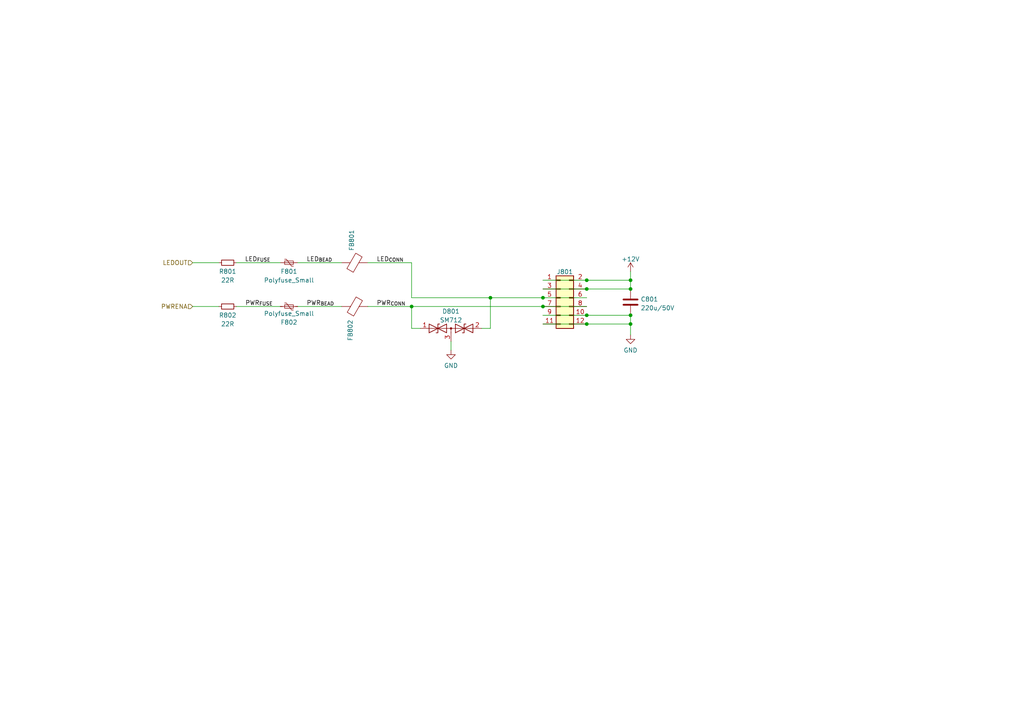
<source format=kicad_sch>
(kicad_sch (version 20211123) (generator eeschema)
  (paper "A4")
  (title_block (title "Led Wall Controller") (rev "1") (company "Skrooter Audio"))
  (lib_symbols
    (symbol "Connector_Generic:Conn_02x06_Odd_Even" (pin_names (offset 1.016) hide)
      (property "Reference" "J" (at 1.27 7.62 0))
      (property "Value" "Conn_02x06_Odd_Even" (at 1.27 -10.16 0))
      (symbol "Conn_02x06_Odd_Even_1_1"
        (rectangle (start -1.27 -7.493) (end 0 -7.747) (stroke (width 0.1524)))
        (rectangle (start -1.27 -4.953) (end 0 -5.207) (stroke (width 0.1524)))
        (rectangle (start -1.27 -2.413) (end 0 -2.667) (stroke (width 0.1524)))
        (rectangle (start -1.27 0.127) (end 0 -0.127) (stroke (width 0.1524)))
        (rectangle (start -1.27 2.667) (end 0 2.413) (stroke (width 0.1524)))
        (rectangle (start -1.27 5.207) (end 0 4.953) (stroke (width 0.1524)))
        (rectangle (start -1.27 6.35) (end 3.81 -8.89) (stroke (width 0.254)) (fill (type background)))
        (rectangle (start 3.81 -7.493) (end 2.54 -7.747) (stroke (width 0.1524)))
        (rectangle (start 3.81 -4.953) (end 2.54 -5.207) (stroke (width 0.1524)))
        (rectangle (start 3.81 -2.413) (end 2.54 -2.667) (stroke (width 0.1524)))
        (rectangle (start 3.81 0.127) (end 2.54 -0.127) (stroke (width 0.1524)))
        (rectangle (start 3.81 2.667) (end 2.54 2.413) (stroke (width 0.1524)))
        (rectangle (start 3.81 5.207) (end 2.54 4.953) (stroke (width 0.1524)))
        (pin passive line (at -5.08 5.08 0) (length 3.81) (name "Pin_1") (number "1"))
        (pin passive line (at 7.62 -5.08 180) (length 3.81) (name "Pin_10") (number "10"))
        (pin passive line (at -5.08 -7.62 0) (length 3.81) (name "Pin_11") (number "11"))
        (pin passive line (at 7.62 -7.62 180) (length 3.81) (name "Pin_12") (number "12"))
        (pin passive line (at 7.62 5.08 180) (length 3.81) (name "Pin_2") (number "2"))
        (pin passive line (at -5.08 2.54 0) (length 3.81) (name "Pin_3") (number "3"))
        (pin passive line (at 7.62 2.54 180) (length 3.81) (name "Pin_4") (number "4"))
        (pin passive line (at -5.08 0 0) (length 3.81) (name "Pin_5") (number "5"))
        (pin passive line (at 7.62 0 180) (length 3.81) (name "Pin_6") (number "6"))
        (pin passive line (at -5.08 -2.54 0) (length 3.81) (name "Pin_7") (number "7"))
        (pin passive line (at 7.62 -2.54 180) (length 3.81) (name "Pin_8") (number "8"))
        (pin passive line (at -5.08 -5.08 0) (length 3.81) (name "Pin_9") (number "9"))
      )
    )
    (symbol "Device:C" (pin_numbers hide) (pin_names (offset 0.254))
      (property "Reference" "C" (at 0.635 2.54 0))
      (property "Value" "C" (at 0.635 -2.54 0))
      (symbol "C_0_1"
        (polyline (pts (xy -2.032 -0.762) (xy 2.032 -0.762)) (stroke (width 0.508)))
        (polyline (pts (xy -2.032 0.762) (xy 2.032 0.762)) (stroke (width 0.508)))
      )
      (symbol "C_1_1"
        (pin passive line (at 0 3.81 270) (length 2.794) (name "~") (number "1"))
        (pin passive line (at 0 -3.81 90) (length 2.794) (name "~") (number "2"))
      )
    )
    (symbol "Device:FerriteBead" (pin_numbers hide) (pin_names (offset 0))
      (property "Reference" "FB" (at -3.81 0.635 90))
      (property "Value" "FerriteBead" (at 3.81 0 90))
      (symbol "FerriteBead_0_1"
        (polyline (pts (xy 0 -1.27) (xy 0 -1.2192)))
        (polyline (pts (xy 0 1.27) (xy 0 1.2954)))
        (polyline (pts (xy -2.7686 0.4064) (xy -1.7018 2.2606) (xy 2.7686 -0.3048) (xy 1.6764 -2.159) (xy -2.7686 0.4064)))
      )
      (symbol "FerriteBead_1_1"
        (pin passive line (at 0 3.81 270) (length 2.54) (name "~") (number "1"))
        (pin passive line (at 0 -3.81 90) (length 2.54) (name "~") (number "2"))
      )
    )
    (symbol "Device:Polyfuse_Small" (pin_numbers hide) (pin_names (offset 0))
      (property "Reference" "F" (at -1.905 0 90))
      (property "Value" "Polyfuse_Small" (at 1.905 0 90))
      (symbol "Polyfuse_Small_0_1"
        (rectangle (start -0.508 1.27) (end 0.508 -1.27))
        (polyline (pts (xy 0 2.54) (xy 0 -2.54)))
        (polyline (pts (xy -1.016 1.27) (xy -1.016 0.762) (xy 1.016 -0.762) (xy 1.016 -1.27)))
      )
      (symbol "Polyfuse_Small_1_1"
        (pin passive line (at 0 2.54 270) (length 0.635) (name "~") (number "1"))
        (pin passive line (at 0 -2.54 90) (length 0.635) (name "~") (number "2"))
      )
    )
    (symbol "Device:R_Small" (pin_numbers hide) (pin_names (offset 0.254) hide)
      (property "Reference" "R" (at 0.762 0.508 0))
      (property "Value" "R_Small" (at 0.762 -1.016 0))
      (symbol "R_Small_0_1"
        (rectangle (start -0.762 1.778) (end 0.762 -1.778) (stroke (width 0.2032)))
      )
      (symbol "R_Small_1_1"
        (pin passive line (at 0 2.54 270) (length 0.762) (name "~") (number "1"))
        (pin passive line (at 0 -2.54 90) (length 0.762) (name "~") (number "2"))
      )
    )
    (symbol "Diode:SM712_SOT23" (pin_names (offset 1.016) hide)
      (property "Reference" "D" (at 0 4.445 0))
      (property "Value" "SM712_SOT23" (at 0 2.54 0))
      (symbol "SM712_SOT23_0_0"
        (polyline (pts (xy 0 -1.27) (xy 0 0)))
      )
      (symbol "SM712_SOT23_0_1"
        (polyline (pts (xy -6.35 0) (xy 6.35 0)))
        (polyline (pts (xy -3.302 1.27) (xy -3.81 1.27) (xy -3.81 -1.27) (xy -4.318 -1.27)) (stroke (width 0.2032)))
        (polyline (pts (xy 4.318 1.27) (xy 3.81 1.27) (xy 3.81 -1.27) (xy 3.302 -1.27)) (stroke (width 0.2032)))
        (polyline (pts (xy -6.35 -1.27) (xy -1.27 1.27) (xy -1.27 -1.27) (xy -6.35 1.27) (xy -6.35 -1.27)) (stroke (width 0.2032)))
        (polyline (pts (xy 1.27 -1.27) (xy 1.27 1.27) (xy 6.35 -1.27) (xy 6.35 1.27) (xy 1.27 -1.27)) (stroke (width 0.2032)))
        (circle (center 0 0) (radius 0.254) (fill (type outline)))
      )
      (symbol "SM712_SOT23_1_1"
        (pin passive line (at -8.89 0 0) (length 2.54) (name "A1") (number "1"))
        (pin passive line (at 8.89 0 180) (length 2.54) (name "A2") (number "2"))
        (pin input line (at 0 -3.81 90) (length 2.54) (name "common") (number "3"))
      )
    )
    (symbol "power:+12V" (power) (pin_names (offset 0))
      (property "Value" "+12V" (at 0 3.556 0))
      (symbol "+12V_0_1"
        (polyline (pts (xy -0.762 1.27) (xy 0 2.54)))
        (polyline (pts (xy 0 0) (xy 0 2.54)))
        (polyline (pts (xy 0 2.54) (xy 0.762 1.27)))
      )
      (symbol "+12V_1_1"
        (pin power_in line (at 0 0 90) (length 0) hide (name "+12V") (number "1"))
      )
    )
    (symbol "power:GND" (power) (pin_names (offset 0))
      (property "Value" "GND" (at 0 -3.81 0))
      (symbol "GND_0_1"
        (polyline (pts (xy 0 0) (xy 0 -1.27) (xy 1.27 -1.27) (xy 0 -2.54) (xy -1.27 -1.27) (xy 0 -1.27)))
      )
      (symbol "GND_1_1"
        (pin power_in line (at 0 0 270) (length 0) hide (name "GND") (number "1"))
      )
    )
  )
  (junction (at 142.24 86.36))
  (junction (at 182.88 91.44))
  (junction (at 157.48 88.9))
  (junction (at 182.88 93.98))
  (junction (at 119.38 88.9))
  (junction (at 182.88 81.28))
  (junction (at 182.88 83.82))
  (junction (at 170.18 91.44))
  (junction (at 157.48 86.36))
  (junction (at 170.18 83.82))
  (junction (at 170.18 81.28))
  (junction (at 170.18 93.98))
  (wire (pts (xy 86.36 76.2) (xy 99.06 76.2)))
  (wire (pts (xy 55.88 76.2) (xy 63.5 76.2)))
  (wire (pts (xy 119.38 95.25) (xy 119.38 88.9)))
  (wire (pts (xy 142.24 95.25) (xy 142.24 86.36)))
  (wire (pts (xy 157.48 88.9) (xy 170.18 88.9)))
  (wire (pts (xy 182.88 93.98) (xy 182.88 97.155)))
  (wire (pts (xy 182.88 91.44) (xy 182.88 93.98)))
  (wire (pts (xy 170.18 83.82) (xy 182.88 83.82)))
  (wire (pts (xy 130.81 99.06) (xy 130.81 101.6)))
  (wire (pts (xy 55.88 88.9) (xy 63.5 88.9)))
  (wire (pts (xy 121.92 95.25) (xy 119.38 95.25)))
  (wire (pts (xy 182.88 81.28) (xy 182.88 83.82)))
  (wire (pts (xy 68.58 88.9) (xy 81.28 88.9)))
  (wire (pts (xy 119.38 76.2) (xy 119.38 86.36)))
  (wire (pts (xy 157.48 81.28) (xy 170.18 81.28)))
  (wire (pts (xy 157.48 93.98) (xy 170.18 93.98)))
  (wire (pts (xy 119.38 76.2) (xy 106.68 76.2)))
  (wire (pts (xy 142.24 86.36) (xy 157.48 86.36)))
  (wire (pts (xy 157.48 86.36) (xy 170.18 86.36)))
  (wire (pts (xy 170.18 91.44) (xy 182.88 91.44)))
  (wire (pts (xy 157.48 91.44) (xy 170.18 91.44)))
  (wire (pts (xy 86.36 88.9) (xy 99.06 88.9)))
  (wire (pts (xy 170.18 93.98) (xy 182.88 93.98)))
  (wire (pts (xy 170.18 81.28) (xy 182.88 81.28)))
  (wire (pts (xy 119.38 86.36) (xy 142.24 86.36)))
  (wire (pts (xy 106.68 88.9) (xy 119.38 88.9)))
  (wire (pts (xy 157.48 83.82) (xy 170.18 83.82)))
  (wire (pts (xy 139.7 95.25) (xy 142.24 95.25)))
  (wire (pts (xy 182.88 78.74) (xy 182.88 81.28)))
  (wire (pts (xy 68.58 76.2) (xy 81.28 76.2)))
  (wire (pts (xy 119.38 88.9) (xy 157.48 88.9)))
  (label "LED_{CONN}" (at 109.22 76.2 0))
  (label "LED_{FUSE}" (at 71.0012 76.2 0))
  (label "LED_{BEAD}" (at 88.9 76.2 0))
  (label "PWR_{FUSE}" (at 71.12 88.9 0))
  (label "PWR_{BEAD}" (at 88.9 88.9 0))
  (label "PWR_{CONN}" (at 109.22 88.9 0))
  (hierarchical_label "PWRENA" (shape input) (at 55.88 88.9 180))
  (hierarchical_label "LEDOUT" (shape input) (at 55.88 76.2 180))
  (symbol (lib_id "Device:FerriteBead") (at 102.87 88.9 270) (unit 1)
    (property "Reference" "FB802" (at 101.6 92.71 0) (effects (justify left)))
    (property "Value" "FerriteBead" (effects hide))
    (property "Footprint" "Diode_SMD:D_0805_2012Metric_Pad1.15x1.40mm_HandSolder" (effects hide))
    (property "LCSC" "C1017" (effects hide))
  )
  (symbol (lib_id "Connector_Generic:Conn_02x06_Odd_Even") (at 162.56 86.36 0) (unit 1)
    (property "Reference" "J801" (at 163.83 78.8472 0))
    (property "Value" "Conn_02x06_Odd_Even" (effects hide))
    (property "Footprint" "Connector_PinSocket_2.54mm:PinSocket_2x06_P2.54mm_Vertical" (effects hide))
    (property "LCSC" "C239357" (effects hide))
  )
  (symbol (lib_id "Diode:SM712_SOT23") (at 130.81 95.25 0) (unit 1)
    (property "Reference" "D801" (at 130.81 90.3056 0))
    (property "Value" "SM712" (at 130.81 92.8425 0))
    (property "Footprint" "Package_TO_SOT_SMD:SOT-23" (effects hide))
    (property "Datasheet" "https://www.littelfuse.com/~/media/electronics/datasheets/tvs_diode_arrays/littelfuse_tvs_diode_array_sm712_datasheet.pdf.pdf" (effects hide))
    (property "LCSC" "C32677" (effects hide))
  )
  (symbol (lib_id "Device:R_Small") (at 66.04 88.9 90) (unit 1)
    (property "Reference" "R802" (at 66.04 91.44 90))
    (property "Value" "22R" (at 66.04 93.98 90))
    (property "Footprint" "Resistor_SMD:R_0603_1608Metric_Pad0.98x0.95mm_HandSolder" (effects hide))
    (property "LCSC" "C23345" (effects hide))
  )
  (symbol (lib_id "power:GND") (at 182.88 97.155 0) (unit 1)
    (property "Reference" "#PWR0802" (effects hide))
    (property "Value" "GND" (at 182.88 101.5984 0))
  )
  (symbol (lib_id "Device:FerriteBead") (at 102.87 76.2 90) (unit 1)
    (property "Reference" "FB801" (at 101.9845 72.7964 0) (effects (justify left)))
    (property "Value" "FerriteBead" (effects hide))
    (property "Footprint" "Diode_SMD:D_0805_2012Metric_Pad1.15x1.40mm_HandSolder" (effects hide))
    (property "LCSC" "C1017" (effects hide))
  )
  (symbol (lib_id "Device:Polyfuse_Small") (at 83.82 76.2 90) (mirror x) (unit 1)
    (property "Reference" "F801" (at 83.82 78.74 90))
    (property "Value" "Polyfuse_Small" (at 83.82 81.28 90))
    (property "Footprint" "Resistor_SMD:R_0603_1608Metric_Pad0.98x0.95mm_HandSolder" (effects hide))
    (property "LCSC" "C70048" (effects hide))
  )
  (symbol (lib_id "Device:C") (at 182.88 87.63 0) (unit 1)
    (property "Reference" "C801" (at 185.801 86.7953 0) (effects (justify left)))
    (property "Value" "220u/50V" (at 185.801 89.3322 0) (effects (justify left)))
    (property "Footprint" "Capacitor_SMD:CP_Elec_10x10" (effects hide))
    (property "LCSC" "C125977" (effects hide))
  )
  (symbol (lib_id "Device:R_Small") (at 66.04 76.2 90) (unit 1)
    (property "Reference" "R801" (at 66.04 78.74 90))
    (property "Value" "22R" (at 66.04 81.28 90))
    (property "Footprint" "Resistor_SMD:R_0603_1608Metric_Pad0.98x0.95mm_HandSolder" (effects hide))
    (property "LCSC" "C23345" (effects hide))
  )
  (symbol (lib_id "power:GND") (at 130.81 101.6 0) (unit 1)
    (property "Reference" "#PWR0803" (effects hide))
    (property "Value" "GND" (at 130.81 106.0434 0))
  )
  (symbol (lib_id "power:+12V") (at 182.88 78.74 0) (mirror y) (unit 1)
    (property "Reference" "#PWR0801" (effects hide))
    (property "Value" "+12V" (at 182.88 75.1642 0))
  )
  (symbol (lib_id "Device:Polyfuse_Small") (at 83.82 88.9 270) (mirror x) (unit 1)
    (property "Reference" "F802" (at 83.82 93.4888 90))
    (property "Value" "Polyfuse_Small" (at 83.82 90.9519 90))
    (property "Footprint" "Resistor_SMD:R_0603_1608Metric_Pad0.98x0.95mm_HandSolder" (effects hide))
    (property "LCSC" "C70048" (effects hide))
  )
)
</source>
